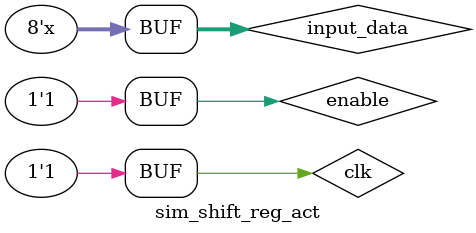
<source format=v>
`timescale 1ns / 1ps


module sim_shift_reg_act();

reg 						clk;
reg 						enable;
reg 		[7:0]			input_data;

wire		[1199:0]		result;

initial
begin
	input_data <= 2'h00;
end

always
begin
	#3	clk 	= 1'b0;
		enable	= 1'b0;
	#3	clk		= 1'b1;
	#3	clk 	= 1'b0;
		enable	= 1'b0;
	#3	clk		= 1'b1;
		enable	= 1'b1;
		input_data <= input_data + 1;
end

shift_reg_kernel 	U1(
	.clk			(clk),
	.enable 		(enable),
	.input_data		(input_data),
	.result			(result));


endmodule

</source>
